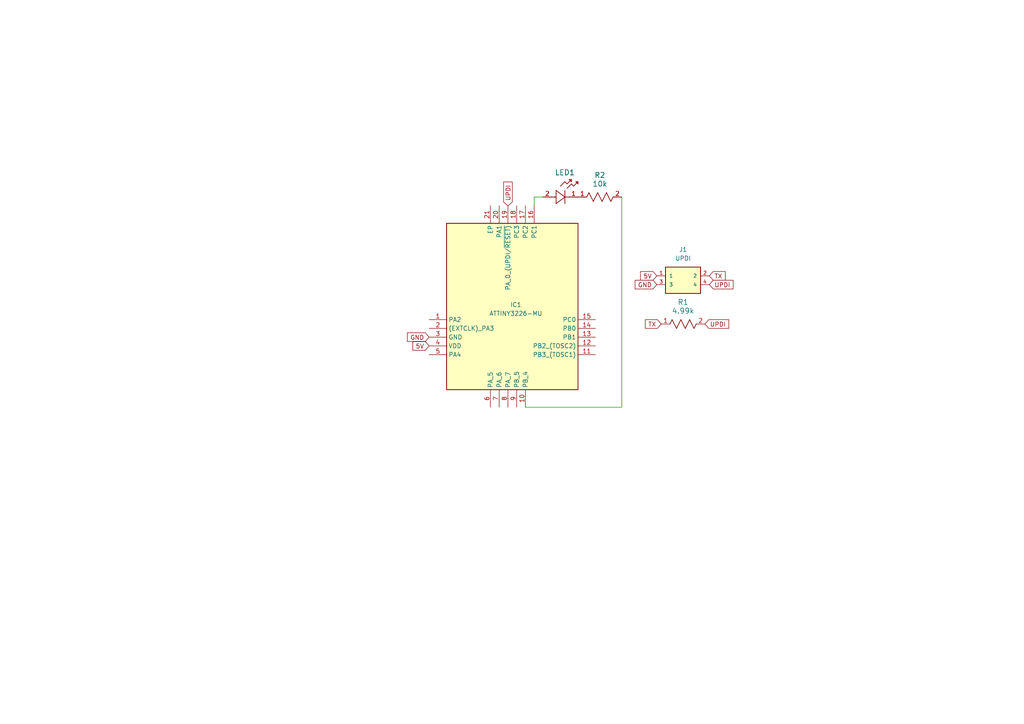
<source format=kicad_sch>
(kicad_sch (version 20250114) (generator "eeschema") (generator_version "9.0")
  (paper "A4")
  (lib_symbols
    (symbol "Neil:2x2x0.5 header" (pin_names (offset 1.016))
      (property "Reference" "J" (at -4.8332 3.1797 0))
      (property "Value" "2x2x0.5 header" (at -5.0866 -7.5027 0))
      (symbol "2x2x0.5 header_0_0"
        (rectangle (start -5.08 -5.08) (end 5.08 2.54) (stroke (width 0.254)) (fill (type background)))
        (pin passive line (at -7.62 0 0) (length 2.54) (name "1") (number "1"))
        (pin passive line (at -7.62 -2.54 0) (length 2.54) (name "3") (number "3"))
        (pin passive line (at 7.62 0 180) (length 2.54) (name "2") (number "2"))
        (pin passive line (at 7.62 -2.54 180) (length 2.54) (name "4") (number "4"))
      )
    )
    (symbol "Neil:ATTINY3226-MU"
      (property "Reference" "IC" (at 44.45 33.02 0))
      (property "Value" "ATTINY3226-MU" (at 44.45 30.48 0))
      (symbol "ATTINY3226-MU_1_1"
        (rectangle (start 5.08 27.94) (end 43.18 -20.32) (stroke (width 0.254)) (fill (type background)))
        (pin passive line (at 0 0 0) (length 5.08) (name "PA2") (number "1"))
        (pin passive line (at 0 -2.54 0) (length 5.08) (name "(EXTCLK)_PA3") (number "2"))
        (pin passive line (at 0 -5.08 0) (length 5.08) (name "GND") (number "3"))
        (pin passive line (at 0 -7.62 0) (length 5.08) (name "VDD") (number "4"))
        (pin passive line (at 0 -10.16 0) (length 5.08) (name "PA4") (number "5"))
        (pin passive line (at 17.78 33.02 270) (length 5.08) (name "EP") (number "21"))
        (pin passive line (at 17.78 -25.4 90) (length 5.08) (name "PA_5") (number "6"))
        (pin passive line (at 20.32 33.02 270) (length 5.08) (name "PA1") (number "20"))
        (pin passive line (at 20.32 -25.4 90) (length 5.08) (name "PA_6") (number "7"))
        (pin passive line (at 22.86 33.02 270) (length 5.08) (name "PA_0_(UPDI/~{RESET)}") (number "19"))
        (pin passive line (at 22.86 -25.4 90) (length 5.08) (name "PA_7") (number "8"))
        (pin passive line (at 25.4 33.02 270) (length 5.08) (name "PC3") (number "18"))
        (pin passive line (at 25.4 -25.4 90) (length 5.08) (name "PB_5") (number "9"))
        (pin passive line (at 27.94 33.02 270) (length 5.08) (name "PC2") (number "17"))
        (pin passive line (at 27.94 -25.4 90) (length 5.08) (name "PB_4") (number "10"))
        (pin passive line (at 30.48 33.02 270) (length 5.08) (name "PC1") (number "16"))
        (pin passive line (at 48.26 0 180) (length 5.08) (name "PC0") (number "15"))
        (pin passive line (at 48.26 -2.54 180) (length 5.08) (name "PB0") (number "14"))
        (pin passive line (at 48.26 -5.08 180) (length 5.08) (name "PB1") (number "13"))
        (pin passive line (at 48.26 -7.62 180) (length 5.08) (name "PB2_(TOSC2)") (number "12"))
        (pin passive line (at 48.26 -10.16 180) (length 5.08) (name "PB3_(TOSC1)") (number "11"))
      )
    )
    (symbol "Neil:LED 0603" (pin_names (offset 0.254))
      (property "Reference" "LED" (at 5.08 -4.445 0))
      (property "Value" "B1911USD-20D000114U1930" (at 5.08 -7.62 0))
      (symbol "LED 0603_1_1"
        (polyline (pts (xy 2.54 0) (xy 3.4798 0)) (stroke (width 0.2032)))
        (polyline (pts (xy 3.175 0) (xy 3.81 0)) (stroke (width 0.2032)))
        (polyline (pts (xy 3.81 1.905) (xy 3.81 -1.905)) (stroke (width 0.2032)))
        (polyline (pts (xy 3.81 -1.905) (xy 6.35 0)) (stroke (width 0.2032)))
        (polyline (pts (xy 5.08 3.175) (xy 6.35 4.445)) (stroke (width 0.2032)))
        (polyline (pts (xy 6.35 4.445) (xy 6.985 3.81)) (stroke (width 0.2032)))
        (polyline (pts (xy 6.35 0) (xy 3.81 1.905)) (stroke (width 0.2032)))
        (polyline (pts (xy 6.35 0) (xy 7.62 0)) (stroke (width 0.2032)))
        (polyline (pts (xy 6.35 -1.905) (xy 6.35 1.905)) (stroke (width 0.2032)))
        (polyline (pts (xy 6.985 3.81) (xy 8.255 5.08)) (stroke (width 0.2032)))
        (polyline (pts (xy 6.985 2.54) (xy 8.255 3.81)) (stroke (width 0.2032)))
        (polyline (pts (xy 7.62 5.08) (xy 8.255 4.445)) (stroke (width 0.2032)))
        (polyline (pts (xy 8.255 5.08) (xy 7.62 5.08)) (stroke (width 0.2032)))
        (polyline (pts (xy 8.255 4.445) (xy 8.255 5.08)) (stroke (width 0.2032)))
        (polyline (pts (xy 8.255 3.81) (xy 8.89 3.175)) (stroke (width 0.2032)))
        (polyline (pts (xy 8.89 3.175) (xy 10.16 4.445)) (stroke (width 0.2032)))
        (polyline (pts (xy 9.525 4.445) (xy 10.16 3.81)) (stroke (width 0.2032)))
        (polyline (pts (xy 10.16 4.445) (xy 9.525 4.445)) (stroke (width 0.2032)))
        (polyline (pts (xy 10.16 3.81) (xy 10.16 4.445)) (stroke (width 0.2032)))
        (pin unspecified line (at 0 0 0) (length 2.54) (name "") (number "2"))
        (pin unspecified line (at 10.16 0 180) (length 2.54) (name "") (number "1"))
      )
      (symbol "LED 0603_1_2"
        (polyline (pts (xy -5.08 8.255) (xy -5.08 7.62)) (stroke (width 0.2032)))
        (polyline (pts (xy -5.08 7.62) (xy -4.445 8.255)) (stroke (width 0.2032)))
        (polyline (pts (xy -4.445 10.16) (xy -4.445 9.525)) (stroke (width 0.2032)))
        (polyline (pts (xy -4.445 9.525) (xy -3.81 10.16)) (stroke (width 0.2032)))
        (polyline (pts (xy -4.445 8.255) (xy -5.08 8.255)) (stroke (width 0.2032)))
        (polyline (pts (xy -4.445 6.35) (xy -3.81 6.985)) (stroke (width 0.2032)))
        (polyline (pts (xy -3.81 10.16) (xy -4.445 10.16)) (stroke (width 0.2032)))
        (polyline (pts (xy -3.81 8.255) (xy -3.175 8.89)) (stroke (width 0.2032)))
        (polyline (pts (xy -3.81 6.985) (xy -5.08 8.255)) (stroke (width 0.2032)))
        (polyline (pts (xy -3.175 8.89) (xy -4.445 10.16)) (stroke (width 0.2032)))
        (polyline (pts (xy -3.175 5.08) (xy -4.445 6.35)) (stroke (width 0.2032)))
        (polyline (pts (xy -2.54 6.985) (xy -3.81 8.255)) (stroke (width 0.2032)))
        (polyline (pts (xy -1.905 3.81) (xy 1.905 3.81)) (stroke (width 0.2032)))
        (polyline (pts (xy 0 6.35) (xy -1.905 3.81)) (stroke (width 0.2032)))
        (polyline (pts (xy 0 6.35) (xy 0 7.62)) (stroke (width 0.2032)))
        (polyline (pts (xy 0 3.175) (xy 0 3.81)) (stroke (width 0.2032)))
        (polyline (pts (xy 0 2.54) (xy 0 3.4798)) (stroke (width 0.2032)))
        (polyline (pts (xy 1.905 6.35) (xy -1.905 6.35)) (stroke (width 0.2032)))
        (polyline (pts (xy 1.905 3.81) (xy 0 6.35)) (stroke (width 0.2032)))
        (pin unspecified line (at 0 10.16 270) (length 2.54) (name "") (number "1"))
        (pin unspecified line (at 0 0 90) (length 2.54) (name "") (number "2"))
      )
    )
    (symbol "Neil:Resistor 0603" (pin_names (offset 0.254))
      (property "Reference" "R" (at 5.715 3.81 0))
      (property "Value" "10k" (at 6.35 -3.81 0))
      (symbol "Resistor 0603_1_1"
        (polyline (pts (xy 2.54 0) (xy 3.175 1.27)) (stroke (width 0.2032)))
        (polyline (pts (xy 3.175 1.27) (xy 4.445 -1.27)) (stroke (width 0.2032)))
        (polyline (pts (xy 4.445 -1.27) (xy 5.715 1.27)) (stroke (width 0.2032)))
        (polyline (pts (xy 5.715 1.27) (xy 6.985 -1.27)) (stroke (width 0.2032)))
        (polyline (pts (xy 6.985 -1.27) (xy 8.255 1.27)) (stroke (width 0.2032)))
        (polyline (pts (xy 8.255 1.27) (xy 9.525 -1.27)) (stroke (width 0.2032)))
        (polyline (pts (xy 9.525 -1.27) (xy 10.16 0)) (stroke (width 0.2032)))
        (pin unspecified line (at 0 0 0) (length 2.54) (name "") (number "1"))
        (pin unspecified line (at 12.7 0 180) (length 2.54) (name "") (number "2"))
      )
      (symbol "Resistor 0603_1_2"
        (polyline (pts (xy -1.27 8.255) (xy 1.27 9.525)) (stroke (width 0.2032)))
        (polyline (pts (xy -1.27 5.715) (xy 1.27 6.985)) (stroke (width 0.2032)))
        (polyline (pts (xy -1.27 3.175) (xy 1.27 4.445)) (stroke (width 0.2032)))
        (polyline (pts (xy 0 2.54) (xy -1.27 3.175)) (stroke (width 0.2032)))
        (polyline (pts (xy 1.27 9.525) (xy 0 10.16)) (stroke (width 0.2032)))
        (polyline (pts (xy 1.27 6.985) (xy -1.27 8.255)) (stroke (width 0.2032)))
        (polyline (pts (xy 1.27 4.445) (xy -1.27 5.715)) (stroke (width 0.2032)))
        (pin unspecified line (at 0 12.7 270) (length 2.54) (name "") (number "1"))
        (pin unspecified line (at 0 0 90) (length 2.54) (name "") (number "2"))
      )
    )
  )
  (wire (pts (xy 154.94 57.15) (xy 157.48 57.15)))
  (wire (pts (xy 180.34 118.11) (xy 180.34 57.15)))
  (wire (pts (xy 154.94 59.69) (xy 154.94 57.15)))
  (wire (pts (xy 152.4 118.11) (xy 180.34 118.11)))
  (global_label "5V" (shape input) (at 124.46 100.33 180) (property "Intersheetrefs" "${INTERSHEET_REFS}" (effects (hide yes))))
  (global_label "UPDI" (shape input) (at 205.74 82.55 0) (property "Intersheetrefs" "${INTERSHEET_REFS}" (effects (hide yes))))
  (global_label "TX" (shape input) (at 191.77 93.98 180) (property "Intersheetrefs" "${INTERSHEET_REFS}" (effects (hide yes))))
  (global_label "UPDI" (shape input) (at 204.47 93.98 0) (property "Intersheetrefs" "${INTERSHEET_REFS}" (effects (hide yes))))
  (global_label "GND" (shape input) (at 190.5 82.55 180) (property "Intersheetrefs" "${INTERSHEET_REFS}" (effects (hide yes))))
  (global_label "TX" (shape input) (at 205.74 80.01 0) (property "Intersheetrefs" "${INTERSHEET_REFS}" (effects (hide yes))))
  (global_label "5V" (shape input) (at 190.5 80.01 180) (property "Intersheetrefs" "${INTERSHEET_REFS}" (effects (hide yes))))
  (global_label "GND" (shape input) (at 124.46 97.79 180) (property "Intersheetrefs" "${INTERSHEET_REFS}" (effects (hide yes))))
  (global_label "UPDI" (shape input) (at 147.32 59.69 90) (property "Intersheetrefs" "${INTERSHEET_REFS}" (effects (hide yes))))
  (symbol (lib_id "Neil:Resistor 0603") (at 167.64 57.15 0) (unit 1)
    (property "Reference" "R2" (at 173.99 50.8 0) (effects (font (size 1.524 1.524))))
    (property "Value" "10k" (at 173.99 53.34 0) (effects (font (size 1.524 1.524))))
    (property "Footprint" "Neil:Resistor 0603" (effects (hide yes)))
  )
  (symbol (lib_id "Neil:ATTINY3226-MU") (at 124.46 92.71 0) (unit 1)
    (property "Reference" "IC1" (at 149.606 88.392 0))
    (property "Value" "ATTINY3226-MU" (at 149.606 90.932 0))
    (property "Footprint" "Neil:ATtiny3226-MU" (effects (hide yes)))
    (property "Datasheet" "https://ww1.microchip.com/downloads/aemDocuments/documents/MCU08/ProductDocuments/DataSheets/ATtiny3224-3226-3227-Data-Sheet-DS40002345B.pdf" (effects (hide yes)))
    (property "Description" "8-bit Microcontrollers - MCU 20MHz, 32KB,VQFN20, Ind 85C, Green" (effects (hide yes)))
    (property "Height" "0.6" (effects (hide yes)))
    (property "Manufacturer_Name" "Microchip" (effects (hide yes)))
    (property "Manufacturer_Part_Number" "ATTINY3226-MU" (effects (hide yes)))
    (property "Mouser Part Number" "579-ATTINY3226-MU" (effects (hide yes)))
    (property "Mouser Price/Stock" "https://www.mouser.co.uk/ProductDetail/Microchip-Technology/ATTINY3226-MU?qs=doiCPypUmgEEZLEPtJPmZQ%3D%3D" (effects (hide yes)))
    (property "Arrow Part Number" "ATTINY3226-MU" (effects (hide yes)))
    (property "Arrow Price/Stock" "https://www.arrow.com/en/products/attiny3226-mu/microchip-technology?utm_currency=USD&region=nac" (effects (hide yes)))
  )
  (symbol (lib_id "Neil:2x2x0.5 header") (at 198.12 80.01 0) (unit 1)
    (property "Reference" "J1" (at 198.12 72.39 0))
    (property "Value" "UPDI" (at 198.12 74.93 0))
    (property "Footprint" "Neil:2x2x0.5 header" (effects (hide yes)))
    (property "MF" "Sullins Connector" (effects (hide yes)))
    (property "Description_1" "Connector Header Surface Mount 4 position 0.050 (1.27mm)" (effects (hide yes)))
    (property "Package" "None" (effects (hide yes)))
    (property "Price" "None" (effects (hide yes)))
    (property "MP" "GRPB022VWQS-RC" (effects (hide yes)))
    (property "MANUFACTURER" "Sullins Connector Solutions" (effects (hide yes)))
  )
  (symbol (lib_id "Neil:Resistor 0603") (at 191.77 93.98 0) (unit 1)
    (property "Reference" "R1" (at 198.12 87.63 0) (effects (font (size 1.524 1.524))))
    (property "Value" "4.99k" (at 198.12 90.17 0) (effects (font (size 1.524 1.524))))
    (property "Footprint" "Neil:Resistor 0603" (effects (hide yes)))
  )
  (symbol (lib_id "Neil:LED 0603") (at 157.48 57.15 0) (unit 1)
    (property "Reference" "LED1" (at 163.83 50.038 0) (effects (font (size 1.524 1.524))))
    (property "Value" "B1911USD-20D000114U1930" (effects (hide yes)))
    (property "Footprint" "Neil:LED 0603" (effects (hide yes)))
    (property "Datasheet" "B1911USD-20D000114U1930" (effects (hide yes)))
  )
)
</source>
